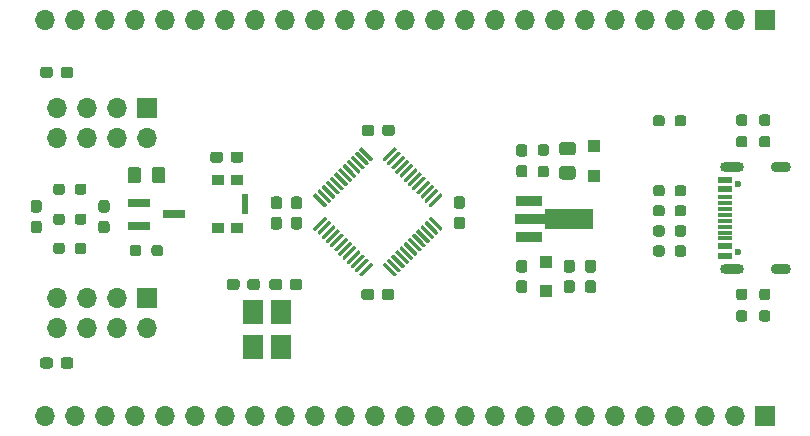
<source format=gts>
G04 #@! TF.GenerationSoftware,KiCad,Pcbnew,5.1.8+dfsg1-1~bpo10+1*
G04 #@! TF.CreationDate,2020-12-26T22:42:37+08:00*
G04 #@! TF.ProjectId,stm32-io-extend,73746d33-322d-4696-9f2d-657874656e64,rev?*
G04 #@! TF.SameCoordinates,PX4cf27c8PY5b7b308*
G04 #@! TF.FileFunction,Soldermask,Top*
G04 #@! TF.FilePolarity,Negative*
%FSLAX46Y46*%
G04 Gerber Fmt 4.6, Leading zero omitted, Abs format (unit mm)*
G04 Created by KiCad (PCBNEW 5.1.8+dfsg1-1~bpo10+1) date 2020-12-26 22:42:37*
%MOMM*%
%LPD*%
G01*
G04 APERTURE LIST*
%ADD10R,1.900000X0.800000*%
%ADD11R,1.800000X2.100000*%
%ADD12C,0.100000*%
%ADD13R,2.300000X0.900000*%
%ADD14R,0.550000X1.700000*%
%ADD15R,1.000000X0.900000*%
%ADD16O,1.700000X1.700000*%
%ADD17R,1.700000X1.700000*%
%ADD18R,1.160000X0.600000*%
%ADD19C,0.600000*%
%ADD20R,1.160000X0.300000*%
%ADD21O,1.700000X0.900000*%
%ADD22O,2.000000X0.900000*%
%ADD23R,1.000000X1.000000*%
G04 APERTURE END LIST*
G04 #@! TO.C,U2*
G36*
G01*
X27189516Y20939264D02*
X26252600Y21876180D01*
G75*
G02*
X26252600Y21982246I53033J53033D01*
G01*
X26358666Y22088312D01*
G75*
G02*
X26464732Y22088312I53033J-53033D01*
G01*
X27401648Y21151396D01*
G75*
G02*
X27401648Y21045330I-53033J-53033D01*
G01*
X27295582Y20939264D01*
G75*
G02*
X27189516Y20939264I-53033J53033D01*
G01*
G37*
G36*
G01*
X27543070Y21292818D02*
X26606154Y22229734D01*
G75*
G02*
X26606154Y22335800I53033J53033D01*
G01*
X26712220Y22441866D01*
G75*
G02*
X26818286Y22441866I53033J-53033D01*
G01*
X27755202Y21504950D01*
G75*
G02*
X27755202Y21398884I-53033J-53033D01*
G01*
X27649136Y21292818D01*
G75*
G02*
X27543070Y21292818I-53033J53033D01*
G01*
G37*
G36*
G01*
X27896623Y21646371D02*
X26959707Y22583287D01*
G75*
G02*
X26959707Y22689353I53033J53033D01*
G01*
X27065773Y22795419D01*
G75*
G02*
X27171839Y22795419I53033J-53033D01*
G01*
X28108755Y21858503D01*
G75*
G02*
X28108755Y21752437I-53033J-53033D01*
G01*
X28002689Y21646371D01*
G75*
G02*
X27896623Y21646371I-53033J53033D01*
G01*
G37*
G36*
G01*
X28250177Y21999925D02*
X27313261Y22936841D01*
G75*
G02*
X27313261Y23042907I53033J53033D01*
G01*
X27419327Y23148973D01*
G75*
G02*
X27525393Y23148973I53033J-53033D01*
G01*
X28462309Y22212057D01*
G75*
G02*
X28462309Y22105991I-53033J-53033D01*
G01*
X28356243Y21999925D01*
G75*
G02*
X28250177Y21999925I-53033J53033D01*
G01*
G37*
G36*
G01*
X28603730Y22353478D02*
X27666814Y23290394D01*
G75*
G02*
X27666814Y23396460I53033J53033D01*
G01*
X27772880Y23502526D01*
G75*
G02*
X27878946Y23502526I53033J-53033D01*
G01*
X28815862Y22565610D01*
G75*
G02*
X28815862Y22459544I-53033J-53033D01*
G01*
X28709796Y22353478D01*
G75*
G02*
X28603730Y22353478I-53033J53033D01*
G01*
G37*
G36*
G01*
X28957283Y22707031D02*
X28020367Y23643947D01*
G75*
G02*
X28020367Y23750013I53033J53033D01*
G01*
X28126433Y23856079D01*
G75*
G02*
X28232499Y23856079I53033J-53033D01*
G01*
X29169415Y22919163D01*
G75*
G02*
X29169415Y22813097I-53033J-53033D01*
G01*
X29063349Y22707031D01*
G75*
G02*
X28957283Y22707031I-53033J53033D01*
G01*
G37*
G36*
G01*
X29310837Y23060585D02*
X28373921Y23997501D01*
G75*
G02*
X28373921Y24103567I53033J53033D01*
G01*
X28479987Y24209633D01*
G75*
G02*
X28586053Y24209633I53033J-53033D01*
G01*
X29522969Y23272717D01*
G75*
G02*
X29522969Y23166651I-53033J-53033D01*
G01*
X29416903Y23060585D01*
G75*
G02*
X29310837Y23060585I-53033J53033D01*
G01*
G37*
G36*
G01*
X29664390Y23414138D02*
X28727474Y24351054D01*
G75*
G02*
X28727474Y24457120I53033J53033D01*
G01*
X28833540Y24563186D01*
G75*
G02*
X28939606Y24563186I53033J-53033D01*
G01*
X29876522Y23626270D01*
G75*
G02*
X29876522Y23520204I-53033J-53033D01*
G01*
X29770456Y23414138D01*
G75*
G02*
X29664390Y23414138I-53033J53033D01*
G01*
G37*
G36*
G01*
X30017943Y23767691D02*
X29081027Y24704607D01*
G75*
G02*
X29081027Y24810673I53033J53033D01*
G01*
X29187093Y24916739D01*
G75*
G02*
X29293159Y24916739I53033J-53033D01*
G01*
X30230075Y23979823D01*
G75*
G02*
X30230075Y23873757I-53033J-53033D01*
G01*
X30124009Y23767691D01*
G75*
G02*
X30017943Y23767691I-53033J53033D01*
G01*
G37*
G36*
G01*
X30371497Y24121245D02*
X29434581Y25058161D01*
G75*
G02*
X29434581Y25164227I53033J53033D01*
G01*
X29540647Y25270293D01*
G75*
G02*
X29646713Y25270293I53033J-53033D01*
G01*
X30583629Y24333377D01*
G75*
G02*
X30583629Y24227311I-53033J-53033D01*
G01*
X30477563Y24121245D01*
G75*
G02*
X30371497Y24121245I-53033J53033D01*
G01*
G37*
G36*
G01*
X30725050Y24474798D02*
X29788134Y25411714D01*
G75*
G02*
X29788134Y25517780I53033J53033D01*
G01*
X29894200Y25623846D01*
G75*
G02*
X30000266Y25623846I53033J-53033D01*
G01*
X30937182Y24686930D01*
G75*
G02*
X30937182Y24580864I-53033J-53033D01*
G01*
X30831116Y24474798D01*
G75*
G02*
X30725050Y24474798I-53033J53033D01*
G01*
G37*
G36*
G01*
X31078604Y24828352D02*
X30141688Y25765268D01*
G75*
G02*
X30141688Y25871334I53033J53033D01*
G01*
X30247754Y25977400D01*
G75*
G02*
X30353820Y25977400I53033J-53033D01*
G01*
X31290736Y25040484D01*
G75*
G02*
X31290736Y24934418I-53033J-53033D01*
G01*
X31184670Y24828352D01*
G75*
G02*
X31078604Y24828352I-53033J53033D01*
G01*
G37*
G36*
G01*
X32245330Y24828352D02*
X32139264Y24934418D01*
G75*
G02*
X32139264Y25040484I53033J53033D01*
G01*
X33076180Y25977400D01*
G75*
G02*
X33182246Y25977400I53033J-53033D01*
G01*
X33288312Y25871334D01*
G75*
G02*
X33288312Y25765268I-53033J-53033D01*
G01*
X32351396Y24828352D01*
G75*
G02*
X32245330Y24828352I-53033J53033D01*
G01*
G37*
G36*
G01*
X32598884Y24474798D02*
X32492818Y24580864D01*
G75*
G02*
X32492818Y24686930I53033J53033D01*
G01*
X33429734Y25623846D01*
G75*
G02*
X33535800Y25623846I53033J-53033D01*
G01*
X33641866Y25517780D01*
G75*
G02*
X33641866Y25411714I-53033J-53033D01*
G01*
X32704950Y24474798D01*
G75*
G02*
X32598884Y24474798I-53033J53033D01*
G01*
G37*
G36*
G01*
X32952437Y24121245D02*
X32846371Y24227311D01*
G75*
G02*
X32846371Y24333377I53033J53033D01*
G01*
X33783287Y25270293D01*
G75*
G02*
X33889353Y25270293I53033J-53033D01*
G01*
X33995419Y25164227D01*
G75*
G02*
X33995419Y25058161I-53033J-53033D01*
G01*
X33058503Y24121245D01*
G75*
G02*
X32952437Y24121245I-53033J53033D01*
G01*
G37*
G36*
G01*
X33305991Y23767691D02*
X33199925Y23873757D01*
G75*
G02*
X33199925Y23979823I53033J53033D01*
G01*
X34136841Y24916739D01*
G75*
G02*
X34242907Y24916739I53033J-53033D01*
G01*
X34348973Y24810673D01*
G75*
G02*
X34348973Y24704607I-53033J-53033D01*
G01*
X33412057Y23767691D01*
G75*
G02*
X33305991Y23767691I-53033J53033D01*
G01*
G37*
G36*
G01*
X33659544Y23414138D02*
X33553478Y23520204D01*
G75*
G02*
X33553478Y23626270I53033J53033D01*
G01*
X34490394Y24563186D01*
G75*
G02*
X34596460Y24563186I53033J-53033D01*
G01*
X34702526Y24457120D01*
G75*
G02*
X34702526Y24351054I-53033J-53033D01*
G01*
X33765610Y23414138D01*
G75*
G02*
X33659544Y23414138I-53033J53033D01*
G01*
G37*
G36*
G01*
X34013097Y23060585D02*
X33907031Y23166651D01*
G75*
G02*
X33907031Y23272717I53033J53033D01*
G01*
X34843947Y24209633D01*
G75*
G02*
X34950013Y24209633I53033J-53033D01*
G01*
X35056079Y24103567D01*
G75*
G02*
X35056079Y23997501I-53033J-53033D01*
G01*
X34119163Y23060585D01*
G75*
G02*
X34013097Y23060585I-53033J53033D01*
G01*
G37*
G36*
G01*
X34366651Y22707031D02*
X34260585Y22813097D01*
G75*
G02*
X34260585Y22919163I53033J53033D01*
G01*
X35197501Y23856079D01*
G75*
G02*
X35303567Y23856079I53033J-53033D01*
G01*
X35409633Y23750013D01*
G75*
G02*
X35409633Y23643947I-53033J-53033D01*
G01*
X34472717Y22707031D01*
G75*
G02*
X34366651Y22707031I-53033J53033D01*
G01*
G37*
G36*
G01*
X34720204Y22353478D02*
X34614138Y22459544D01*
G75*
G02*
X34614138Y22565610I53033J53033D01*
G01*
X35551054Y23502526D01*
G75*
G02*
X35657120Y23502526I53033J-53033D01*
G01*
X35763186Y23396460D01*
G75*
G02*
X35763186Y23290394I-53033J-53033D01*
G01*
X34826270Y22353478D01*
G75*
G02*
X34720204Y22353478I-53033J53033D01*
G01*
G37*
G36*
G01*
X35073757Y21999925D02*
X34967691Y22105991D01*
G75*
G02*
X34967691Y22212057I53033J53033D01*
G01*
X35904607Y23148973D01*
G75*
G02*
X36010673Y23148973I53033J-53033D01*
G01*
X36116739Y23042907D01*
G75*
G02*
X36116739Y22936841I-53033J-53033D01*
G01*
X35179823Y21999925D01*
G75*
G02*
X35073757Y21999925I-53033J53033D01*
G01*
G37*
G36*
G01*
X35427311Y21646371D02*
X35321245Y21752437D01*
G75*
G02*
X35321245Y21858503I53033J53033D01*
G01*
X36258161Y22795419D01*
G75*
G02*
X36364227Y22795419I53033J-53033D01*
G01*
X36470293Y22689353D01*
G75*
G02*
X36470293Y22583287I-53033J-53033D01*
G01*
X35533377Y21646371D01*
G75*
G02*
X35427311Y21646371I-53033J53033D01*
G01*
G37*
G36*
G01*
X35780864Y21292818D02*
X35674798Y21398884D01*
G75*
G02*
X35674798Y21504950I53033J53033D01*
G01*
X36611714Y22441866D01*
G75*
G02*
X36717780Y22441866I53033J-53033D01*
G01*
X36823846Y22335800D01*
G75*
G02*
X36823846Y22229734I-53033J-53033D01*
G01*
X35886930Y21292818D01*
G75*
G02*
X35780864Y21292818I-53033J53033D01*
G01*
G37*
G36*
G01*
X36134418Y20939264D02*
X36028352Y21045330D01*
G75*
G02*
X36028352Y21151396I53033J53033D01*
G01*
X36965268Y22088312D01*
G75*
G02*
X37071334Y22088312I53033J-53033D01*
G01*
X37177400Y21982246D01*
G75*
G02*
X37177400Y21876180I-53033J-53033D01*
G01*
X36240484Y20939264D01*
G75*
G02*
X36134418Y20939264I-53033J53033D01*
G01*
G37*
G36*
G01*
X36965268Y18941688D02*
X36028352Y19878604D01*
G75*
G02*
X36028352Y19984670I53033J53033D01*
G01*
X36134418Y20090736D01*
G75*
G02*
X36240484Y20090736I53033J-53033D01*
G01*
X37177400Y19153820D01*
G75*
G02*
X37177400Y19047754I-53033J-53033D01*
G01*
X37071334Y18941688D01*
G75*
G02*
X36965268Y18941688I-53033J53033D01*
G01*
G37*
G36*
G01*
X36611714Y18588134D02*
X35674798Y19525050D01*
G75*
G02*
X35674798Y19631116I53033J53033D01*
G01*
X35780864Y19737182D01*
G75*
G02*
X35886930Y19737182I53033J-53033D01*
G01*
X36823846Y18800266D01*
G75*
G02*
X36823846Y18694200I-53033J-53033D01*
G01*
X36717780Y18588134D01*
G75*
G02*
X36611714Y18588134I-53033J53033D01*
G01*
G37*
G36*
G01*
X36258161Y18234581D02*
X35321245Y19171497D01*
G75*
G02*
X35321245Y19277563I53033J53033D01*
G01*
X35427311Y19383629D01*
G75*
G02*
X35533377Y19383629I53033J-53033D01*
G01*
X36470293Y18446713D01*
G75*
G02*
X36470293Y18340647I-53033J-53033D01*
G01*
X36364227Y18234581D01*
G75*
G02*
X36258161Y18234581I-53033J53033D01*
G01*
G37*
G36*
G01*
X35904607Y17881027D02*
X34967691Y18817943D01*
G75*
G02*
X34967691Y18924009I53033J53033D01*
G01*
X35073757Y19030075D01*
G75*
G02*
X35179823Y19030075I53033J-53033D01*
G01*
X36116739Y18093159D01*
G75*
G02*
X36116739Y17987093I-53033J-53033D01*
G01*
X36010673Y17881027D01*
G75*
G02*
X35904607Y17881027I-53033J53033D01*
G01*
G37*
G36*
G01*
X35551054Y17527474D02*
X34614138Y18464390D01*
G75*
G02*
X34614138Y18570456I53033J53033D01*
G01*
X34720204Y18676522D01*
G75*
G02*
X34826270Y18676522I53033J-53033D01*
G01*
X35763186Y17739606D01*
G75*
G02*
X35763186Y17633540I-53033J-53033D01*
G01*
X35657120Y17527474D01*
G75*
G02*
X35551054Y17527474I-53033J53033D01*
G01*
G37*
G36*
G01*
X35197501Y17173921D02*
X34260585Y18110837D01*
G75*
G02*
X34260585Y18216903I53033J53033D01*
G01*
X34366651Y18322969D01*
G75*
G02*
X34472717Y18322969I53033J-53033D01*
G01*
X35409633Y17386053D01*
G75*
G02*
X35409633Y17279987I-53033J-53033D01*
G01*
X35303567Y17173921D01*
G75*
G02*
X35197501Y17173921I-53033J53033D01*
G01*
G37*
G36*
G01*
X34843947Y16820367D02*
X33907031Y17757283D01*
G75*
G02*
X33907031Y17863349I53033J53033D01*
G01*
X34013097Y17969415D01*
G75*
G02*
X34119163Y17969415I53033J-53033D01*
G01*
X35056079Y17032499D01*
G75*
G02*
X35056079Y16926433I-53033J-53033D01*
G01*
X34950013Y16820367D01*
G75*
G02*
X34843947Y16820367I-53033J53033D01*
G01*
G37*
G36*
G01*
X34490394Y16466814D02*
X33553478Y17403730D01*
G75*
G02*
X33553478Y17509796I53033J53033D01*
G01*
X33659544Y17615862D01*
G75*
G02*
X33765610Y17615862I53033J-53033D01*
G01*
X34702526Y16678946D01*
G75*
G02*
X34702526Y16572880I-53033J-53033D01*
G01*
X34596460Y16466814D01*
G75*
G02*
X34490394Y16466814I-53033J53033D01*
G01*
G37*
G36*
G01*
X34136841Y16113261D02*
X33199925Y17050177D01*
G75*
G02*
X33199925Y17156243I53033J53033D01*
G01*
X33305991Y17262309D01*
G75*
G02*
X33412057Y17262309I53033J-53033D01*
G01*
X34348973Y16325393D01*
G75*
G02*
X34348973Y16219327I-53033J-53033D01*
G01*
X34242907Y16113261D01*
G75*
G02*
X34136841Y16113261I-53033J53033D01*
G01*
G37*
G36*
G01*
X33783287Y15759707D02*
X32846371Y16696623D01*
G75*
G02*
X32846371Y16802689I53033J53033D01*
G01*
X32952437Y16908755D01*
G75*
G02*
X33058503Y16908755I53033J-53033D01*
G01*
X33995419Y15971839D01*
G75*
G02*
X33995419Y15865773I-53033J-53033D01*
G01*
X33889353Y15759707D01*
G75*
G02*
X33783287Y15759707I-53033J53033D01*
G01*
G37*
G36*
G01*
X33429734Y15406154D02*
X32492818Y16343070D01*
G75*
G02*
X32492818Y16449136I53033J53033D01*
G01*
X32598884Y16555202D01*
G75*
G02*
X32704950Y16555202I53033J-53033D01*
G01*
X33641866Y15618286D01*
G75*
G02*
X33641866Y15512220I-53033J-53033D01*
G01*
X33535800Y15406154D01*
G75*
G02*
X33429734Y15406154I-53033J53033D01*
G01*
G37*
G36*
G01*
X33076180Y15052600D02*
X32139264Y15989516D01*
G75*
G02*
X32139264Y16095582I53033J53033D01*
G01*
X32245330Y16201648D01*
G75*
G02*
X32351396Y16201648I53033J-53033D01*
G01*
X33288312Y15264732D01*
G75*
G02*
X33288312Y15158666I-53033J-53033D01*
G01*
X33182246Y15052600D01*
G75*
G02*
X33076180Y15052600I-53033J53033D01*
G01*
G37*
G36*
G01*
X30247754Y15052600D02*
X30141688Y15158666D01*
G75*
G02*
X30141688Y15264732I53033J53033D01*
G01*
X31078604Y16201648D01*
G75*
G02*
X31184670Y16201648I53033J-53033D01*
G01*
X31290736Y16095582D01*
G75*
G02*
X31290736Y15989516I-53033J-53033D01*
G01*
X30353820Y15052600D01*
G75*
G02*
X30247754Y15052600I-53033J53033D01*
G01*
G37*
G36*
G01*
X29894200Y15406154D02*
X29788134Y15512220D01*
G75*
G02*
X29788134Y15618286I53033J53033D01*
G01*
X30725050Y16555202D01*
G75*
G02*
X30831116Y16555202I53033J-53033D01*
G01*
X30937182Y16449136D01*
G75*
G02*
X30937182Y16343070I-53033J-53033D01*
G01*
X30000266Y15406154D01*
G75*
G02*
X29894200Y15406154I-53033J53033D01*
G01*
G37*
G36*
G01*
X29540647Y15759707D02*
X29434581Y15865773D01*
G75*
G02*
X29434581Y15971839I53033J53033D01*
G01*
X30371497Y16908755D01*
G75*
G02*
X30477563Y16908755I53033J-53033D01*
G01*
X30583629Y16802689D01*
G75*
G02*
X30583629Y16696623I-53033J-53033D01*
G01*
X29646713Y15759707D01*
G75*
G02*
X29540647Y15759707I-53033J53033D01*
G01*
G37*
G36*
G01*
X29187093Y16113261D02*
X29081027Y16219327D01*
G75*
G02*
X29081027Y16325393I53033J53033D01*
G01*
X30017943Y17262309D01*
G75*
G02*
X30124009Y17262309I53033J-53033D01*
G01*
X30230075Y17156243D01*
G75*
G02*
X30230075Y17050177I-53033J-53033D01*
G01*
X29293159Y16113261D01*
G75*
G02*
X29187093Y16113261I-53033J53033D01*
G01*
G37*
G36*
G01*
X28833540Y16466814D02*
X28727474Y16572880D01*
G75*
G02*
X28727474Y16678946I53033J53033D01*
G01*
X29664390Y17615862D01*
G75*
G02*
X29770456Y17615862I53033J-53033D01*
G01*
X29876522Y17509796D01*
G75*
G02*
X29876522Y17403730I-53033J-53033D01*
G01*
X28939606Y16466814D01*
G75*
G02*
X28833540Y16466814I-53033J53033D01*
G01*
G37*
G36*
G01*
X28479987Y16820367D02*
X28373921Y16926433D01*
G75*
G02*
X28373921Y17032499I53033J53033D01*
G01*
X29310837Y17969415D01*
G75*
G02*
X29416903Y17969415I53033J-53033D01*
G01*
X29522969Y17863349D01*
G75*
G02*
X29522969Y17757283I-53033J-53033D01*
G01*
X28586053Y16820367D01*
G75*
G02*
X28479987Y16820367I-53033J53033D01*
G01*
G37*
G36*
G01*
X28126433Y17173921D02*
X28020367Y17279987D01*
G75*
G02*
X28020367Y17386053I53033J53033D01*
G01*
X28957283Y18322969D01*
G75*
G02*
X29063349Y18322969I53033J-53033D01*
G01*
X29169415Y18216903D01*
G75*
G02*
X29169415Y18110837I-53033J-53033D01*
G01*
X28232499Y17173921D01*
G75*
G02*
X28126433Y17173921I-53033J53033D01*
G01*
G37*
G36*
G01*
X27772880Y17527474D02*
X27666814Y17633540D01*
G75*
G02*
X27666814Y17739606I53033J53033D01*
G01*
X28603730Y18676522D01*
G75*
G02*
X28709796Y18676522I53033J-53033D01*
G01*
X28815862Y18570456D01*
G75*
G02*
X28815862Y18464390I-53033J-53033D01*
G01*
X27878946Y17527474D01*
G75*
G02*
X27772880Y17527474I-53033J53033D01*
G01*
G37*
G36*
G01*
X27419327Y17881027D02*
X27313261Y17987093D01*
G75*
G02*
X27313261Y18093159I53033J53033D01*
G01*
X28250177Y19030075D01*
G75*
G02*
X28356243Y19030075I53033J-53033D01*
G01*
X28462309Y18924009D01*
G75*
G02*
X28462309Y18817943I-53033J-53033D01*
G01*
X27525393Y17881027D01*
G75*
G02*
X27419327Y17881027I-53033J53033D01*
G01*
G37*
G36*
G01*
X27065773Y18234581D02*
X26959707Y18340647D01*
G75*
G02*
X26959707Y18446713I53033J53033D01*
G01*
X27896623Y19383629D01*
G75*
G02*
X28002689Y19383629I53033J-53033D01*
G01*
X28108755Y19277563D01*
G75*
G02*
X28108755Y19171497I-53033J-53033D01*
G01*
X27171839Y18234581D01*
G75*
G02*
X27065773Y18234581I-53033J53033D01*
G01*
G37*
G36*
G01*
X26712220Y18588134D02*
X26606154Y18694200D01*
G75*
G02*
X26606154Y18800266I53033J53033D01*
G01*
X27543070Y19737182D01*
G75*
G02*
X27649136Y19737182I53033J-53033D01*
G01*
X27755202Y19631116D01*
G75*
G02*
X27755202Y19525050I-53033J-53033D01*
G01*
X26818286Y18588134D01*
G75*
G02*
X26712220Y18588134I-53033J53033D01*
G01*
G37*
G36*
G01*
X26358666Y18941688D02*
X26252600Y19047754D01*
G75*
G02*
X26252600Y19153820I53033J53033D01*
G01*
X27189516Y20090736D01*
G75*
G02*
X27295582Y20090736I53033J-53033D01*
G01*
X27401648Y19984670D01*
G75*
G02*
X27401648Y19878604I-53033J-53033D01*
G01*
X26464732Y18941688D01*
G75*
G02*
X26358666Y18941688I-53033J53033D01*
G01*
G37*
G04 #@! TD*
G04 #@! TO.C,R14*
G36*
G01*
X6050000Y19667500D02*
X6050000Y20142500D01*
G75*
G02*
X6287500Y20380000I237500J0D01*
G01*
X6787500Y20380000D01*
G75*
G02*
X7025000Y20142500I0J-237500D01*
G01*
X7025000Y19667500D01*
G75*
G02*
X6787500Y19430000I-237500J0D01*
G01*
X6287500Y19430000D01*
G75*
G02*
X6050000Y19667500I0J237500D01*
G01*
G37*
G36*
G01*
X4225000Y19667500D02*
X4225000Y20142500D01*
G75*
G02*
X4462500Y20380000I237500J0D01*
G01*
X4962500Y20380000D01*
G75*
G02*
X5200000Y20142500I0J-237500D01*
G01*
X5200000Y19667500D01*
G75*
G02*
X4962500Y19430000I-237500J0D01*
G01*
X4462500Y19430000D01*
G75*
G02*
X4225000Y19667500I0J237500D01*
G01*
G37*
G04 #@! TD*
D10*
G04 #@! TO.C,Q1*
X14485000Y20305000D03*
X11485000Y19355000D03*
X11485000Y21255000D03*
G04 #@! TD*
G04 #@! TO.C,D5*
G36*
G01*
X8752500Y20465000D02*
X8277500Y20465000D01*
G75*
G02*
X8040000Y20702500I0J237500D01*
G01*
X8040000Y21277500D01*
G75*
G02*
X8277500Y21515000I237500J0D01*
G01*
X8752500Y21515000D01*
G75*
G02*
X8990000Y21277500I0J-237500D01*
G01*
X8990000Y20702500D01*
G75*
G02*
X8752500Y20465000I-237500J0D01*
G01*
G37*
G36*
G01*
X8752500Y18715000D02*
X8277500Y18715000D01*
G75*
G02*
X8040000Y18952500I0J237500D01*
G01*
X8040000Y19527500D01*
G75*
G02*
X8277500Y19765000I237500J0D01*
G01*
X8752500Y19765000D01*
G75*
G02*
X8990000Y19527500I0J-237500D01*
G01*
X8990000Y18952500D01*
G75*
G02*
X8752500Y18715000I-237500J0D01*
G01*
G37*
G04 #@! TD*
G04 #@! TO.C,D4*
G36*
G01*
X3012500Y20465000D02*
X2537500Y20465000D01*
G75*
G02*
X2300000Y20702500I0J237500D01*
G01*
X2300000Y21277500D01*
G75*
G02*
X2537500Y21515000I237500J0D01*
G01*
X3012500Y21515000D01*
G75*
G02*
X3250000Y21277500I0J-237500D01*
G01*
X3250000Y20702500D01*
G75*
G02*
X3012500Y20465000I-237500J0D01*
G01*
G37*
G36*
G01*
X3012500Y18715000D02*
X2537500Y18715000D01*
G75*
G02*
X2300000Y18952500I0J237500D01*
G01*
X2300000Y19527500D01*
G75*
G02*
X2537500Y19765000I237500J0D01*
G01*
X3012500Y19765000D01*
G75*
G02*
X3250000Y19527500I0J-237500D01*
G01*
X3250000Y18952500D01*
G75*
G02*
X3012500Y18715000I-237500J0D01*
G01*
G37*
G04 #@! TD*
D11*
G04 #@! TO.C,Y1*
X21165000Y9115000D03*
X21165000Y12015000D03*
X23465000Y12015000D03*
X23465000Y9115000D03*
G04 #@! TD*
D12*
G04 #@! TO.C,U1*
G36*
X49955000Y19038500D02*
G01*
X45830000Y19038500D01*
X45830000Y19455000D01*
X43355000Y19455000D01*
X43355000Y20355000D01*
X45830000Y20355000D01*
X45830000Y20771500D01*
X49955000Y20771500D01*
X49955000Y19038500D01*
G37*
D13*
X44505000Y18405000D03*
X44505000Y21405000D03*
G04 #@! TD*
D14*
G04 #@! TO.C,SW1*
X20420000Y21195000D03*
D15*
X19795000Y23245000D03*
X18195000Y23245000D03*
X19795000Y19145000D03*
X18195000Y19145000D03*
G04 #@! TD*
G04 #@! TO.C,R13*
G36*
G01*
X62277500Y12200000D02*
X62752500Y12200000D01*
G75*
G02*
X62990000Y11962500I0J-237500D01*
G01*
X62990000Y11462500D01*
G75*
G02*
X62752500Y11225000I-237500J0D01*
G01*
X62277500Y11225000D01*
G75*
G02*
X62040000Y11462500I0J237500D01*
G01*
X62040000Y11962500D01*
G75*
G02*
X62277500Y12200000I237500J0D01*
G01*
G37*
G36*
G01*
X62277500Y14025000D02*
X62752500Y14025000D01*
G75*
G02*
X62990000Y13787500I0J-237500D01*
G01*
X62990000Y13287500D01*
G75*
G02*
X62752500Y13050000I-237500J0D01*
G01*
X62277500Y13050000D01*
G75*
G02*
X62040000Y13287500I0J237500D01*
G01*
X62040000Y13787500D01*
G75*
G02*
X62277500Y14025000I237500J0D01*
G01*
G37*
G04 #@! TD*
G04 #@! TO.C,R12*
G36*
G01*
X64702500Y13050000D02*
X64227500Y13050000D01*
G75*
G02*
X63990000Y13287500I0J237500D01*
G01*
X63990000Y13787500D01*
G75*
G02*
X64227500Y14025000I237500J0D01*
G01*
X64702500Y14025000D01*
G75*
G02*
X64940000Y13787500I0J-237500D01*
G01*
X64940000Y13287500D01*
G75*
G02*
X64702500Y13050000I-237500J0D01*
G01*
G37*
G36*
G01*
X64702500Y11225000D02*
X64227500Y11225000D01*
G75*
G02*
X63990000Y11462500I0J237500D01*
G01*
X63990000Y11962500D01*
G75*
G02*
X64227500Y12200000I237500J0D01*
G01*
X64702500Y12200000D01*
G75*
G02*
X64940000Y11962500I0J-237500D01*
G01*
X64940000Y11462500D01*
G75*
G02*
X64702500Y11225000I-237500J0D01*
G01*
G37*
G04 #@! TD*
G04 #@! TO.C,R11*
G36*
G01*
X62752500Y27800000D02*
X62277500Y27800000D01*
G75*
G02*
X62040000Y28037500I0J237500D01*
G01*
X62040000Y28537500D01*
G75*
G02*
X62277500Y28775000I237500J0D01*
G01*
X62752500Y28775000D01*
G75*
G02*
X62990000Y28537500I0J-237500D01*
G01*
X62990000Y28037500D01*
G75*
G02*
X62752500Y27800000I-237500J0D01*
G01*
G37*
G36*
G01*
X62752500Y25975000D02*
X62277500Y25975000D01*
G75*
G02*
X62040000Y26212500I0J237500D01*
G01*
X62040000Y26712500D01*
G75*
G02*
X62277500Y26950000I237500J0D01*
G01*
X62752500Y26950000D01*
G75*
G02*
X62990000Y26712500I0J-237500D01*
G01*
X62990000Y26212500D01*
G75*
G02*
X62752500Y25975000I-237500J0D01*
G01*
G37*
G04 #@! TD*
G04 #@! TO.C,R10*
G36*
G01*
X64227500Y26950000D02*
X64702500Y26950000D01*
G75*
G02*
X64940000Y26712500I0J-237500D01*
G01*
X64940000Y26212500D01*
G75*
G02*
X64702500Y25975000I-237500J0D01*
G01*
X64227500Y25975000D01*
G75*
G02*
X63990000Y26212500I0J237500D01*
G01*
X63990000Y26712500D01*
G75*
G02*
X64227500Y26950000I237500J0D01*
G01*
G37*
G36*
G01*
X64227500Y28775000D02*
X64702500Y28775000D01*
G75*
G02*
X64940000Y28537500I0J-237500D01*
G01*
X64940000Y28037500D01*
G75*
G02*
X64702500Y27800000I-237500J0D01*
G01*
X64227500Y27800000D01*
G75*
G02*
X63990000Y28037500I0J237500D01*
G01*
X63990000Y28537500D01*
G75*
G02*
X64227500Y28775000I237500J0D01*
G01*
G37*
G04 #@! TD*
G04 #@! TO.C,R9*
G36*
G01*
X5200000Y17662500D02*
X5200000Y17187500D01*
G75*
G02*
X4962500Y16950000I-237500J0D01*
G01*
X4462500Y16950000D01*
G75*
G02*
X4225000Y17187500I0J237500D01*
G01*
X4225000Y17662500D01*
G75*
G02*
X4462500Y17900000I237500J0D01*
G01*
X4962500Y17900000D01*
G75*
G02*
X5200000Y17662500I0J-237500D01*
G01*
G37*
G36*
G01*
X7025000Y17662500D02*
X7025000Y17187500D01*
G75*
G02*
X6787500Y16950000I-237500J0D01*
G01*
X6287500Y16950000D01*
G75*
G02*
X6050000Y17187500I0J237500D01*
G01*
X6050000Y17662500D01*
G75*
G02*
X6287500Y17900000I237500J0D01*
G01*
X6787500Y17900000D01*
G75*
G02*
X7025000Y17662500I0J-237500D01*
G01*
G37*
G04 #@! TD*
G04 #@! TO.C,R8*
G36*
G01*
X12540000Y17007500D02*
X12540000Y17482500D01*
G75*
G02*
X12777500Y17720000I237500J0D01*
G01*
X13277500Y17720000D01*
G75*
G02*
X13515000Y17482500I0J-237500D01*
G01*
X13515000Y17007500D01*
G75*
G02*
X13277500Y16770000I-237500J0D01*
G01*
X12777500Y16770000D01*
G75*
G02*
X12540000Y17007500I0J237500D01*
G01*
G37*
G36*
G01*
X10715000Y17007500D02*
X10715000Y17482500D01*
G75*
G02*
X10952500Y17720000I237500J0D01*
G01*
X11452500Y17720000D01*
G75*
G02*
X11690000Y17482500I0J-237500D01*
G01*
X11690000Y17007500D01*
G75*
G02*
X11452500Y16770000I-237500J0D01*
G01*
X10952500Y16770000D01*
G75*
G02*
X10715000Y17007500I0J237500D01*
G01*
G37*
G04 #@! TD*
G04 #@! TO.C,R7*
G36*
G01*
X5200000Y22682500D02*
X5200000Y22207500D01*
G75*
G02*
X4962500Y21970000I-237500J0D01*
G01*
X4462500Y21970000D01*
G75*
G02*
X4225000Y22207500I0J237500D01*
G01*
X4225000Y22682500D01*
G75*
G02*
X4462500Y22920000I237500J0D01*
G01*
X4962500Y22920000D01*
G75*
G02*
X5200000Y22682500I0J-237500D01*
G01*
G37*
G36*
G01*
X7025000Y22682500D02*
X7025000Y22207500D01*
G75*
G02*
X6787500Y21970000I-237500J0D01*
G01*
X6287500Y21970000D01*
G75*
G02*
X6050000Y22207500I0J237500D01*
G01*
X6050000Y22682500D01*
G75*
G02*
X6287500Y22920000I237500J0D01*
G01*
X6787500Y22920000D01*
G75*
G02*
X7025000Y22682500I0J-237500D01*
G01*
G37*
G04 #@! TD*
G04 #@! TO.C,R6*
G36*
G01*
X56840000Y27987500D02*
X56840000Y28462500D01*
G75*
G02*
X57077500Y28700000I237500J0D01*
G01*
X57577500Y28700000D01*
G75*
G02*
X57815000Y28462500I0J-237500D01*
G01*
X57815000Y27987500D01*
G75*
G02*
X57577500Y27750000I-237500J0D01*
G01*
X57077500Y27750000D01*
G75*
G02*
X56840000Y27987500I0J237500D01*
G01*
G37*
G36*
G01*
X55015000Y27987500D02*
X55015000Y28462500D01*
G75*
G02*
X55252500Y28700000I237500J0D01*
G01*
X55752500Y28700000D01*
G75*
G02*
X55990000Y28462500I0J-237500D01*
G01*
X55990000Y27987500D01*
G75*
G02*
X55752500Y27750000I-237500J0D01*
G01*
X55252500Y27750000D01*
G75*
G02*
X55015000Y27987500I0J237500D01*
G01*
G37*
G04 #@! TD*
G04 #@! TO.C,R5*
G36*
G01*
X56840000Y20367500D02*
X56840000Y20842500D01*
G75*
G02*
X57077500Y21080000I237500J0D01*
G01*
X57577500Y21080000D01*
G75*
G02*
X57815000Y20842500I0J-237500D01*
G01*
X57815000Y20367500D01*
G75*
G02*
X57577500Y20130000I-237500J0D01*
G01*
X57077500Y20130000D01*
G75*
G02*
X56840000Y20367500I0J237500D01*
G01*
G37*
G36*
G01*
X55015000Y20367500D02*
X55015000Y20842500D01*
G75*
G02*
X55252500Y21080000I237500J0D01*
G01*
X55752500Y21080000D01*
G75*
G02*
X55990000Y20842500I0J-237500D01*
G01*
X55990000Y20367500D01*
G75*
G02*
X55752500Y20130000I-237500J0D01*
G01*
X55252500Y20130000D01*
G75*
G02*
X55015000Y20367500I0J237500D01*
G01*
G37*
G04 #@! TD*
G04 #@! TO.C,R4*
G36*
G01*
X55990000Y22542500D02*
X55990000Y22067500D01*
G75*
G02*
X55752500Y21830000I-237500J0D01*
G01*
X55252500Y21830000D01*
G75*
G02*
X55015000Y22067500I0J237500D01*
G01*
X55015000Y22542500D01*
G75*
G02*
X55252500Y22780000I237500J0D01*
G01*
X55752500Y22780000D01*
G75*
G02*
X55990000Y22542500I0J-237500D01*
G01*
G37*
G36*
G01*
X57815000Y22542500D02*
X57815000Y22067500D01*
G75*
G02*
X57577500Y21830000I-237500J0D01*
G01*
X57077500Y21830000D01*
G75*
G02*
X56840000Y22067500I0J237500D01*
G01*
X56840000Y22542500D01*
G75*
G02*
X57077500Y22780000I237500J0D01*
G01*
X57577500Y22780000D01*
G75*
G02*
X57815000Y22542500I0J-237500D01*
G01*
G37*
G04 #@! TD*
G04 #@! TO.C,R3*
G36*
G01*
X56840000Y18667500D02*
X56840000Y19142500D01*
G75*
G02*
X57077500Y19380000I237500J0D01*
G01*
X57577500Y19380000D01*
G75*
G02*
X57815000Y19142500I0J-237500D01*
G01*
X57815000Y18667500D01*
G75*
G02*
X57577500Y18430000I-237500J0D01*
G01*
X57077500Y18430000D01*
G75*
G02*
X56840000Y18667500I0J237500D01*
G01*
G37*
G36*
G01*
X55015000Y18667500D02*
X55015000Y19142500D01*
G75*
G02*
X55252500Y19380000I237500J0D01*
G01*
X55752500Y19380000D01*
G75*
G02*
X55990000Y19142500I0J-237500D01*
G01*
X55990000Y18667500D01*
G75*
G02*
X55752500Y18430000I-237500J0D01*
G01*
X55252500Y18430000D01*
G75*
G02*
X55015000Y18667500I0J237500D01*
G01*
G37*
G04 #@! TD*
G04 #@! TO.C,R2*
G36*
G01*
X56840000Y16967500D02*
X56840000Y17442500D01*
G75*
G02*
X57077500Y17680000I237500J0D01*
G01*
X57577500Y17680000D01*
G75*
G02*
X57815000Y17442500I0J-237500D01*
G01*
X57815000Y16967500D01*
G75*
G02*
X57577500Y16730000I-237500J0D01*
G01*
X57077500Y16730000D01*
G75*
G02*
X56840000Y16967500I0J237500D01*
G01*
G37*
G36*
G01*
X55015000Y16967500D02*
X55015000Y17442500D01*
G75*
G02*
X55252500Y17680000I237500J0D01*
G01*
X55752500Y17680000D01*
G75*
G02*
X55990000Y17442500I0J-237500D01*
G01*
X55990000Y16967500D01*
G75*
G02*
X55752500Y16730000I-237500J0D01*
G01*
X55252500Y16730000D01*
G75*
G02*
X55015000Y16967500I0J237500D01*
G01*
G37*
G04 #@! TD*
G04 #@! TO.C,R1*
G36*
G01*
X45952500Y25270000D02*
X45477500Y25270000D01*
G75*
G02*
X45240000Y25507500I0J237500D01*
G01*
X45240000Y26007500D01*
G75*
G02*
X45477500Y26245000I237500J0D01*
G01*
X45952500Y26245000D01*
G75*
G02*
X46190000Y26007500I0J-237500D01*
G01*
X46190000Y25507500D01*
G75*
G02*
X45952500Y25270000I-237500J0D01*
G01*
G37*
G36*
G01*
X45952500Y23445000D02*
X45477500Y23445000D01*
G75*
G02*
X45240000Y23682500I0J237500D01*
G01*
X45240000Y24182500D01*
G75*
G02*
X45477500Y24420000I237500J0D01*
G01*
X45952500Y24420000D01*
G75*
G02*
X46190000Y24182500I0J-237500D01*
G01*
X46190000Y23682500D01*
G75*
G02*
X45952500Y23445000I-237500J0D01*
G01*
G37*
G04 #@! TD*
D16*
G04 #@! TO.C,J5*
X3515000Y3275000D03*
X6055000Y3275000D03*
X8595000Y3275000D03*
X11135000Y3275000D03*
X13675000Y3275000D03*
X16215000Y3275000D03*
X18755000Y3275000D03*
X21295000Y3275000D03*
X23835000Y3275000D03*
X26375000Y3275000D03*
X28915000Y3275000D03*
X31455000Y3275000D03*
X33995000Y3275000D03*
X36535000Y3275000D03*
X39075000Y3275000D03*
X41615000Y3275000D03*
X44155000Y3275000D03*
X46695000Y3275000D03*
X49235000Y3275000D03*
X51775000Y3275000D03*
X54315000Y3275000D03*
X56855000Y3275000D03*
X59395000Y3275000D03*
X61935000Y3275000D03*
D17*
X64475000Y3275000D03*
G04 #@! TD*
D16*
G04 #@! TO.C,J4*
X3515000Y36725000D03*
X6055000Y36725000D03*
X8595000Y36725000D03*
X11135000Y36725000D03*
X13675000Y36725000D03*
X16215000Y36725000D03*
X18755000Y36725000D03*
X21295000Y36725000D03*
X23835000Y36725000D03*
X26375000Y36725000D03*
X28915000Y36725000D03*
X31455000Y36725000D03*
X33995000Y36725000D03*
X36535000Y36725000D03*
X39075000Y36725000D03*
X41615000Y36725000D03*
X44155000Y36725000D03*
X46695000Y36725000D03*
X49235000Y36725000D03*
X51775000Y36725000D03*
X54315000Y36725000D03*
X56855000Y36725000D03*
X59395000Y36725000D03*
X61935000Y36725000D03*
D17*
X64475000Y36725000D03*
G04 #@! TD*
D16*
G04 #@! TO.C,J3*
X4575000Y10675000D03*
X4575000Y13215000D03*
X7115000Y10675000D03*
X7115000Y13215000D03*
X9655000Y10675000D03*
X9655000Y13215000D03*
X12195000Y10675000D03*
D17*
X12195000Y13215000D03*
G04 #@! TD*
D16*
G04 #@! TO.C,J2*
X4575000Y26805000D03*
X4575000Y29345000D03*
X7115000Y26805000D03*
X7115000Y29345000D03*
X9655000Y26805000D03*
X9655000Y29345000D03*
X12195000Y26805000D03*
D17*
X12195000Y29345000D03*
G04 #@! TD*
D18*
G04 #@! TO.C,J1*
X61105000Y23225000D03*
X61105000Y22425000D03*
X61105000Y23225000D03*
X61105000Y22425000D03*
X61105000Y16825000D03*
X61105000Y16825000D03*
X61105000Y17625000D03*
X61105000Y17625000D03*
D19*
X62165000Y17135000D03*
X62165000Y22915000D03*
D20*
X61105000Y21775000D03*
X61105000Y20775000D03*
X61105000Y21275000D03*
X61105000Y18775000D03*
X61105000Y18275000D03*
X61105000Y20275000D03*
X61105000Y19775000D03*
X61105000Y19275000D03*
D21*
X65855000Y24345000D03*
X65855000Y15705000D03*
D22*
X61685000Y24345000D03*
X61685000Y15705000D03*
G04 #@! TD*
G04 #@! TO.C,F2*
G36*
G01*
X11665000Y24075001D02*
X11665000Y23174999D01*
G75*
G02*
X11415001Y22925000I-249999J0D01*
G01*
X10764999Y22925000D01*
G75*
G02*
X10515000Y23174999I0J249999D01*
G01*
X10515000Y24075001D01*
G75*
G02*
X10764999Y24325000I249999J0D01*
G01*
X11415001Y24325000D01*
G75*
G02*
X11665000Y24075001I0J-249999D01*
G01*
G37*
G36*
G01*
X13715000Y24075001D02*
X13715000Y23174999D01*
G75*
G02*
X13465001Y22925000I-249999J0D01*
G01*
X12814999Y22925000D01*
G75*
G02*
X12565000Y23174999I0J249999D01*
G01*
X12565000Y24075001D01*
G75*
G02*
X12814999Y24325000I249999J0D01*
G01*
X13465001Y24325000D01*
G75*
G02*
X13715000Y24075001I0J-249999D01*
G01*
G37*
G04 #@! TD*
G04 #@! TO.C,F1*
G36*
G01*
X48205001Y25295000D02*
X47304999Y25295000D01*
G75*
G02*
X47055000Y25544999I0J249999D01*
G01*
X47055000Y26195001D01*
G75*
G02*
X47304999Y26445000I249999J0D01*
G01*
X48205001Y26445000D01*
G75*
G02*
X48455000Y26195001I0J-249999D01*
G01*
X48455000Y25544999D01*
G75*
G02*
X48205001Y25295000I-249999J0D01*
G01*
G37*
G36*
G01*
X48205001Y23245000D02*
X47304999Y23245000D01*
G75*
G02*
X47055000Y23494999I0J249999D01*
G01*
X47055000Y24145001D01*
G75*
G02*
X47304999Y24395000I249999J0D01*
G01*
X48205001Y24395000D01*
G75*
G02*
X48455000Y24145001I0J-249999D01*
G01*
X48455000Y23494999D01*
G75*
G02*
X48205001Y23245000I-249999J0D01*
G01*
G37*
G04 #@! TD*
D23*
G04 #@! TO.C,D3*
X45915000Y16305000D03*
X45915000Y13805000D03*
G04 #@! TD*
G04 #@! TO.C,D2*
G36*
G01*
X44132500Y25195000D02*
X43657500Y25195000D01*
G75*
G02*
X43420000Y25432500I0J237500D01*
G01*
X43420000Y26007500D01*
G75*
G02*
X43657500Y26245000I237500J0D01*
G01*
X44132500Y26245000D01*
G75*
G02*
X44370000Y26007500I0J-237500D01*
G01*
X44370000Y25432500D01*
G75*
G02*
X44132500Y25195000I-237500J0D01*
G01*
G37*
G36*
G01*
X44132500Y23445000D02*
X43657500Y23445000D01*
G75*
G02*
X43420000Y23682500I0J237500D01*
G01*
X43420000Y24257500D01*
G75*
G02*
X43657500Y24495000I237500J0D01*
G01*
X44132500Y24495000D01*
G75*
G02*
X44370000Y24257500I0J-237500D01*
G01*
X44370000Y23682500D01*
G75*
G02*
X44132500Y23445000I-237500J0D01*
G01*
G37*
G04 #@! TD*
G04 #@! TO.C,D1*
X50015000Y23595000D03*
X50015000Y26095000D03*
G04 #@! TD*
G04 #@! TO.C,C13*
G36*
G01*
X31390000Y13762500D02*
X31390000Y13287500D01*
G75*
G02*
X31152500Y13050000I-237500J0D01*
G01*
X30552500Y13050000D01*
G75*
G02*
X30315000Y13287500I0J237500D01*
G01*
X30315000Y13762500D01*
G75*
G02*
X30552500Y14000000I237500J0D01*
G01*
X31152500Y14000000D01*
G75*
G02*
X31390000Y13762500I0J-237500D01*
G01*
G37*
G36*
G01*
X33115000Y13762500D02*
X33115000Y13287500D01*
G75*
G02*
X32877500Y13050000I-237500J0D01*
G01*
X32277500Y13050000D01*
G75*
G02*
X32040000Y13287500I0J237500D01*
G01*
X32040000Y13762500D01*
G75*
G02*
X32277500Y14000000I237500J0D01*
G01*
X32877500Y14000000D01*
G75*
G02*
X33115000Y13762500I0J-237500D01*
G01*
G37*
G04 #@! TD*
G04 #@! TO.C,C12*
G36*
G01*
X4840000Y7487500D02*
X4840000Y7962500D01*
G75*
G02*
X5077500Y8200000I237500J0D01*
G01*
X5677500Y8200000D01*
G75*
G02*
X5915000Y7962500I0J-237500D01*
G01*
X5915000Y7487500D01*
G75*
G02*
X5677500Y7250000I-237500J0D01*
G01*
X5077500Y7250000D01*
G75*
G02*
X4840000Y7487500I0J237500D01*
G01*
G37*
G36*
G01*
X3115000Y7487500D02*
X3115000Y7962500D01*
G75*
G02*
X3352500Y8200000I237500J0D01*
G01*
X3952500Y8200000D01*
G75*
G02*
X4190000Y7962500I0J-237500D01*
G01*
X4190000Y7487500D01*
G75*
G02*
X3952500Y7250000I-237500J0D01*
G01*
X3352500Y7250000D01*
G75*
G02*
X3115000Y7487500I0J237500D01*
G01*
G37*
G04 #@! TD*
G04 #@! TO.C,C11*
G36*
G01*
X4190000Y32562500D02*
X4190000Y32087500D01*
G75*
G02*
X3952500Y31850000I-237500J0D01*
G01*
X3352500Y31850000D01*
G75*
G02*
X3115000Y32087500I0J237500D01*
G01*
X3115000Y32562500D01*
G75*
G02*
X3352500Y32800000I237500J0D01*
G01*
X3952500Y32800000D01*
G75*
G02*
X4190000Y32562500I0J-237500D01*
G01*
G37*
G36*
G01*
X5915000Y32562500D02*
X5915000Y32087500D01*
G75*
G02*
X5677500Y31850000I-237500J0D01*
G01*
X5077500Y31850000D01*
G75*
G02*
X4840000Y32087500I0J237500D01*
G01*
X4840000Y32562500D01*
G75*
G02*
X5077500Y32800000I237500J0D01*
G01*
X5677500Y32800000D01*
G75*
G02*
X5915000Y32562500I0J-237500D01*
G01*
G37*
G04 #@! TD*
G04 #@! TO.C,C10*
G36*
G01*
X23352500Y20750000D02*
X22877500Y20750000D01*
G75*
G02*
X22640000Y20987500I0J237500D01*
G01*
X22640000Y21587500D01*
G75*
G02*
X22877500Y21825000I237500J0D01*
G01*
X23352500Y21825000D01*
G75*
G02*
X23590000Y21587500I0J-237500D01*
G01*
X23590000Y20987500D01*
G75*
G02*
X23352500Y20750000I-237500J0D01*
G01*
G37*
G36*
G01*
X23352500Y19025000D02*
X22877500Y19025000D01*
G75*
G02*
X22640000Y19262500I0J237500D01*
G01*
X22640000Y19862500D01*
G75*
G02*
X22877500Y20100000I237500J0D01*
G01*
X23352500Y20100000D01*
G75*
G02*
X23590000Y19862500I0J-237500D01*
G01*
X23590000Y19262500D01*
G75*
G02*
X23352500Y19025000I-237500J0D01*
G01*
G37*
G04 #@! TD*
G04 #@! TO.C,C9*
G36*
G01*
X25052500Y20750000D02*
X24577500Y20750000D01*
G75*
G02*
X24340000Y20987500I0J237500D01*
G01*
X24340000Y21587500D01*
G75*
G02*
X24577500Y21825000I237500J0D01*
G01*
X25052500Y21825000D01*
G75*
G02*
X25290000Y21587500I0J-237500D01*
G01*
X25290000Y20987500D01*
G75*
G02*
X25052500Y20750000I-237500J0D01*
G01*
G37*
G36*
G01*
X25052500Y19025000D02*
X24577500Y19025000D01*
G75*
G02*
X24340000Y19262500I0J237500D01*
G01*
X24340000Y19862500D01*
G75*
G02*
X24577500Y20100000I237500J0D01*
G01*
X25052500Y20100000D01*
G75*
G02*
X25290000Y19862500I0J-237500D01*
G01*
X25290000Y19262500D01*
G75*
G02*
X25052500Y19025000I-237500J0D01*
G01*
G37*
G04 #@! TD*
G04 #@! TO.C,C8*
G36*
G01*
X38377500Y20120000D02*
X38852500Y20120000D01*
G75*
G02*
X39090000Y19882500I0J-237500D01*
G01*
X39090000Y19282500D01*
G75*
G02*
X38852500Y19045000I-237500J0D01*
G01*
X38377500Y19045000D01*
G75*
G02*
X38140000Y19282500I0J237500D01*
G01*
X38140000Y19882500D01*
G75*
G02*
X38377500Y20120000I237500J0D01*
G01*
G37*
G36*
G01*
X38377500Y21845000D02*
X38852500Y21845000D01*
G75*
G02*
X39090000Y21607500I0J-237500D01*
G01*
X39090000Y21007500D01*
G75*
G02*
X38852500Y20770000I-237500J0D01*
G01*
X38377500Y20770000D01*
G75*
G02*
X38140000Y21007500I0J237500D01*
G01*
X38140000Y21607500D01*
G75*
G02*
X38377500Y21845000I237500J0D01*
G01*
G37*
G04 #@! TD*
G04 #@! TO.C,C7*
G36*
G01*
X32070000Y27177500D02*
X32070000Y27652500D01*
G75*
G02*
X32307500Y27890000I237500J0D01*
G01*
X32907500Y27890000D01*
G75*
G02*
X33145000Y27652500I0J-237500D01*
G01*
X33145000Y27177500D01*
G75*
G02*
X32907500Y26940000I-237500J0D01*
G01*
X32307500Y26940000D01*
G75*
G02*
X32070000Y27177500I0J237500D01*
G01*
G37*
G36*
G01*
X30345000Y27177500D02*
X30345000Y27652500D01*
G75*
G02*
X30582500Y27890000I237500J0D01*
G01*
X31182500Y27890000D01*
G75*
G02*
X31420000Y27652500I0J-237500D01*
G01*
X31420000Y27177500D01*
G75*
G02*
X31182500Y26940000I-237500J0D01*
G01*
X30582500Y26940000D01*
G75*
G02*
X30345000Y27177500I0J237500D01*
G01*
G37*
G04 #@! TD*
G04 #@! TO.C,C6*
G36*
G01*
X21725000Y14612500D02*
X21725000Y14137500D01*
G75*
G02*
X21487500Y13900000I-237500J0D01*
G01*
X20887500Y13900000D01*
G75*
G02*
X20650000Y14137500I0J237500D01*
G01*
X20650000Y14612500D01*
G75*
G02*
X20887500Y14850000I237500J0D01*
G01*
X21487500Y14850000D01*
G75*
G02*
X21725000Y14612500I0J-237500D01*
G01*
G37*
G36*
G01*
X20000000Y14612500D02*
X20000000Y14137500D01*
G75*
G02*
X19762500Y13900000I-237500J0D01*
G01*
X19162500Y13900000D01*
G75*
G02*
X18925000Y14137500I0J237500D01*
G01*
X18925000Y14612500D01*
G75*
G02*
X19162500Y14850000I237500J0D01*
G01*
X19762500Y14850000D01*
G75*
G02*
X20000000Y14612500I0J-237500D01*
G01*
G37*
G04 #@! TD*
G04 #@! TO.C,C5*
G36*
G01*
X23600000Y14612500D02*
X23600000Y14137500D01*
G75*
G02*
X23362500Y13900000I-237500J0D01*
G01*
X22762500Y13900000D01*
G75*
G02*
X22525000Y14137500I0J237500D01*
G01*
X22525000Y14612500D01*
G75*
G02*
X22762500Y14850000I237500J0D01*
G01*
X23362500Y14850000D01*
G75*
G02*
X23600000Y14612500I0J-237500D01*
G01*
G37*
G36*
G01*
X25325000Y14612500D02*
X25325000Y14137500D01*
G75*
G02*
X25087500Y13900000I-237500J0D01*
G01*
X24487500Y13900000D01*
G75*
G02*
X24250000Y14137500I0J237500D01*
G01*
X24250000Y14612500D01*
G75*
G02*
X24487500Y14850000I237500J0D01*
G01*
X25087500Y14850000D01*
G75*
G02*
X25325000Y14612500I0J-237500D01*
G01*
G37*
G04 #@! TD*
G04 #@! TO.C,C4*
G36*
G01*
X18590000Y25392500D02*
X18590000Y24917500D01*
G75*
G02*
X18352500Y24680000I-237500J0D01*
G01*
X17752500Y24680000D01*
G75*
G02*
X17515000Y24917500I0J237500D01*
G01*
X17515000Y25392500D01*
G75*
G02*
X17752500Y25630000I237500J0D01*
G01*
X18352500Y25630000D01*
G75*
G02*
X18590000Y25392500I0J-237500D01*
G01*
G37*
G36*
G01*
X20315000Y25392500D02*
X20315000Y24917500D01*
G75*
G02*
X20077500Y24680000I-237500J0D01*
G01*
X19477500Y24680000D01*
G75*
G02*
X19240000Y24917500I0J237500D01*
G01*
X19240000Y25392500D01*
G75*
G02*
X19477500Y25630000I237500J0D01*
G01*
X20077500Y25630000D01*
G75*
G02*
X20315000Y25392500I0J-237500D01*
G01*
G37*
G04 #@! TD*
G04 #@! TO.C,C3*
G36*
G01*
X44132500Y15380000D02*
X43657500Y15380000D01*
G75*
G02*
X43420000Y15617500I0J237500D01*
G01*
X43420000Y16217500D01*
G75*
G02*
X43657500Y16455000I237500J0D01*
G01*
X44132500Y16455000D01*
G75*
G02*
X44370000Y16217500I0J-237500D01*
G01*
X44370000Y15617500D01*
G75*
G02*
X44132500Y15380000I-237500J0D01*
G01*
G37*
G36*
G01*
X44132500Y13655000D02*
X43657500Y13655000D01*
G75*
G02*
X43420000Y13892500I0J237500D01*
G01*
X43420000Y14492500D01*
G75*
G02*
X43657500Y14730000I237500J0D01*
G01*
X44132500Y14730000D01*
G75*
G02*
X44370000Y14492500I0J-237500D01*
G01*
X44370000Y13892500D01*
G75*
G02*
X44132500Y13655000I-237500J0D01*
G01*
G37*
G04 #@! TD*
G04 #@! TO.C,C2*
G36*
G01*
X47677500Y14730000D02*
X48152500Y14730000D01*
G75*
G02*
X48390000Y14492500I0J-237500D01*
G01*
X48390000Y13892500D01*
G75*
G02*
X48152500Y13655000I-237500J0D01*
G01*
X47677500Y13655000D01*
G75*
G02*
X47440000Y13892500I0J237500D01*
G01*
X47440000Y14492500D01*
G75*
G02*
X47677500Y14730000I237500J0D01*
G01*
G37*
G36*
G01*
X47677500Y16455000D02*
X48152500Y16455000D01*
G75*
G02*
X48390000Y16217500I0J-237500D01*
G01*
X48390000Y15617500D01*
G75*
G02*
X48152500Y15380000I-237500J0D01*
G01*
X47677500Y15380000D01*
G75*
G02*
X47440000Y15617500I0J237500D01*
G01*
X47440000Y16217500D01*
G75*
G02*
X47677500Y16455000I237500J0D01*
G01*
G37*
G04 #@! TD*
G04 #@! TO.C,C1*
G36*
G01*
X49477500Y14730000D02*
X49952500Y14730000D01*
G75*
G02*
X50190000Y14492500I0J-237500D01*
G01*
X50190000Y13892500D01*
G75*
G02*
X49952500Y13655000I-237500J0D01*
G01*
X49477500Y13655000D01*
G75*
G02*
X49240000Y13892500I0J237500D01*
G01*
X49240000Y14492500D01*
G75*
G02*
X49477500Y14730000I237500J0D01*
G01*
G37*
G36*
G01*
X49477500Y16455000D02*
X49952500Y16455000D01*
G75*
G02*
X50190000Y16217500I0J-237500D01*
G01*
X50190000Y15617500D01*
G75*
G02*
X49952500Y15380000I-237500J0D01*
G01*
X49477500Y15380000D01*
G75*
G02*
X49240000Y15617500I0J237500D01*
G01*
X49240000Y16217500D01*
G75*
G02*
X49477500Y16455000I237500J0D01*
G01*
G37*
G04 #@! TD*
M02*

</source>
